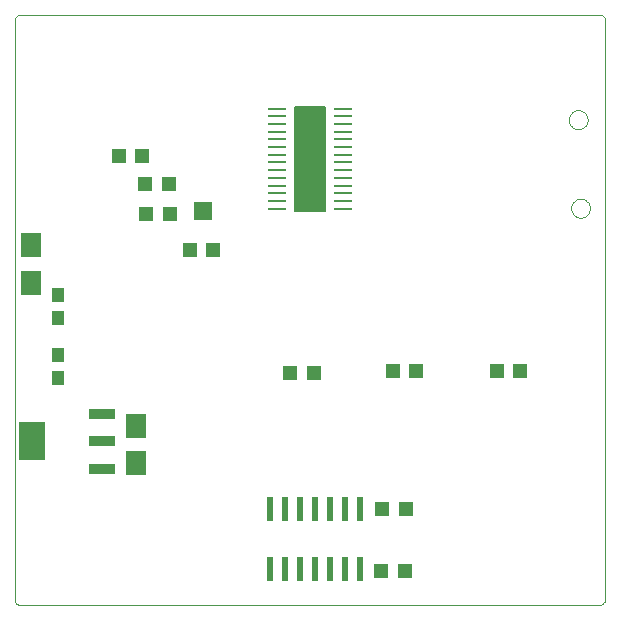
<source format=gtp>
G75*
G70*
%OFA0B0*%
%FSLAX24Y24*%
%IPPOS*%
%LPD*%
%AMOC8*
5,1,8,0,0,1.08239X$1,22.5*
%
%ADD10C,0.0000*%
%ADD11R,0.0906X0.0374*%
%ADD12R,0.0906X0.1280*%
%ADD13R,0.0394X0.0512*%
%ADD14R,0.0472X0.0472*%
%ADD15R,0.0709X0.0787*%
%ADD16R,0.0610X0.0098*%
%ADD17C,0.0050*%
%ADD18R,0.0630X0.0591*%
%ADD19R,0.0209X0.0787*%
D10*
X002348Y003185D02*
X021596Y003185D01*
X021596Y003184D02*
X021625Y003181D01*
X021654Y003182D01*
X021683Y003186D01*
X021711Y003193D01*
X021739Y003204D01*
X021764Y003218D01*
X021788Y003235D01*
X021810Y003255D01*
X021829Y003278D01*
X021845Y003302D01*
X021858Y003328D01*
X021868Y003356D01*
X021875Y003385D01*
X021874Y003385D02*
X021872Y022751D01*
X021872Y022752D02*
X021754Y022870D01*
X002306Y022870D01*
X002305Y022870D02*
X002187Y022752D01*
X002187Y022751D02*
X002187Y003394D01*
X002188Y003394D02*
X002186Y003370D01*
X002187Y003345D01*
X002192Y003321D01*
X002199Y003298D01*
X002210Y003276D01*
X002224Y003255D01*
X002240Y003237D01*
X002258Y003221D01*
X002279Y003207D01*
X002301Y003197D01*
X002324Y003189D01*
X002348Y003185D01*
X020652Y019366D02*
X020654Y019401D01*
X020660Y019436D01*
X020670Y019470D01*
X020683Y019503D01*
X020700Y019534D01*
X020721Y019562D01*
X020744Y019589D01*
X020771Y019612D01*
X020799Y019633D01*
X020830Y019650D01*
X020863Y019663D01*
X020897Y019673D01*
X020932Y019679D01*
X020967Y019681D01*
X021002Y019679D01*
X021037Y019673D01*
X021071Y019663D01*
X021104Y019650D01*
X021135Y019633D01*
X021163Y019612D01*
X021190Y019589D01*
X021213Y019562D01*
X021234Y019534D01*
X021251Y019503D01*
X021264Y019470D01*
X021274Y019436D01*
X021280Y019401D01*
X021282Y019366D01*
X021280Y019331D01*
X021274Y019296D01*
X021264Y019262D01*
X021251Y019229D01*
X021234Y019198D01*
X021213Y019170D01*
X021190Y019143D01*
X021163Y019120D01*
X021135Y019099D01*
X021104Y019082D01*
X021071Y019069D01*
X021037Y019059D01*
X021002Y019053D01*
X020967Y019051D01*
X020932Y019053D01*
X020897Y019059D01*
X020863Y019069D01*
X020830Y019082D01*
X020799Y019099D01*
X020771Y019120D01*
X020744Y019143D01*
X020721Y019170D01*
X020700Y019198D01*
X020683Y019229D01*
X020670Y019262D01*
X020660Y019296D01*
X020654Y019331D01*
X020652Y019366D01*
X020730Y016413D02*
X020732Y016448D01*
X020738Y016483D01*
X020748Y016517D01*
X020761Y016550D01*
X020778Y016581D01*
X020799Y016609D01*
X020822Y016636D01*
X020849Y016659D01*
X020877Y016680D01*
X020908Y016697D01*
X020941Y016710D01*
X020975Y016720D01*
X021010Y016726D01*
X021045Y016728D01*
X021080Y016726D01*
X021115Y016720D01*
X021149Y016710D01*
X021182Y016697D01*
X021213Y016680D01*
X021241Y016659D01*
X021268Y016636D01*
X021291Y016609D01*
X021312Y016581D01*
X021329Y016550D01*
X021342Y016517D01*
X021352Y016483D01*
X021358Y016448D01*
X021360Y016413D01*
X021358Y016378D01*
X021352Y016343D01*
X021342Y016309D01*
X021329Y016276D01*
X021312Y016245D01*
X021291Y016217D01*
X021268Y016190D01*
X021241Y016167D01*
X021213Y016146D01*
X021182Y016129D01*
X021149Y016116D01*
X021115Y016106D01*
X021080Y016100D01*
X021045Y016098D01*
X021010Y016100D01*
X020975Y016106D01*
X020941Y016116D01*
X020908Y016129D01*
X020877Y016146D01*
X020849Y016167D01*
X020822Y016190D01*
X020799Y016217D01*
X020778Y016245D01*
X020761Y016276D01*
X020748Y016309D01*
X020738Y016343D01*
X020732Y016378D01*
X020730Y016413D01*
D11*
X005090Y009545D03*
X005090Y008639D03*
X005090Y007734D03*
D12*
X002767Y008639D03*
D13*
X003640Y010764D03*
X003640Y011512D03*
X003640Y012771D03*
X003640Y013520D03*
D14*
X006557Y016228D03*
X007345Y016228D03*
X007315Y017210D03*
X006528Y017210D03*
X006439Y018146D03*
X005652Y018146D03*
X008014Y015035D03*
X008801Y015035D03*
X011356Y010923D03*
X012144Y010923D03*
X014782Y010977D03*
X015569Y010977D03*
X018246Y010980D03*
X019034Y010980D03*
X015219Y006374D03*
X014431Y006374D03*
X014392Y004327D03*
X015179Y004327D03*
D15*
X006238Y007908D03*
X006238Y009168D03*
X002733Y013921D03*
X002733Y015181D03*
D16*
X010937Y016403D03*
X010937Y016659D03*
X010937Y016915D03*
X010937Y017171D03*
X010937Y017427D03*
X010937Y017683D03*
X010937Y017939D03*
X010937Y018195D03*
X010937Y018451D03*
X010937Y018707D03*
X010937Y018962D03*
X010937Y019218D03*
X010937Y019474D03*
X010937Y019730D03*
X013122Y019730D03*
X013122Y019474D03*
X013122Y019218D03*
X013122Y018962D03*
X013122Y018707D03*
X013122Y018451D03*
X013122Y018195D03*
X013122Y017939D03*
X013122Y017683D03*
X013122Y017427D03*
X013122Y017171D03*
X013122Y016915D03*
X013122Y016659D03*
X013122Y016403D03*
D17*
X012541Y016389D02*
X011518Y016389D01*
X011518Y016437D02*
X012541Y016437D01*
X012541Y016486D02*
X011518Y016486D01*
X011518Y016534D02*
X012541Y016534D01*
X012541Y016583D02*
X011518Y016583D01*
X011518Y016631D02*
X012541Y016631D01*
X012541Y016680D02*
X011518Y016680D01*
X011518Y016728D02*
X012541Y016728D01*
X012541Y016777D02*
X011518Y016777D01*
X011518Y016826D02*
X012541Y016826D01*
X012541Y016874D02*
X011518Y016874D01*
X011518Y016923D02*
X012541Y016923D01*
X012541Y016971D02*
X011518Y016971D01*
X011518Y017020D02*
X012541Y017020D01*
X012541Y017068D02*
X011518Y017068D01*
X011518Y017117D02*
X012541Y017117D01*
X012541Y017165D02*
X011518Y017165D01*
X011518Y017214D02*
X012541Y017214D01*
X012541Y017262D02*
X011518Y017262D01*
X011518Y017311D02*
X012541Y017311D01*
X012541Y017360D02*
X011518Y017360D01*
X011518Y017408D02*
X012541Y017408D01*
X012541Y017457D02*
X011518Y017457D01*
X011518Y017505D02*
X012541Y017505D01*
X012541Y017554D02*
X011518Y017554D01*
X011518Y017602D02*
X012541Y017602D01*
X012541Y017651D02*
X011518Y017651D01*
X011518Y017699D02*
X012541Y017699D01*
X012541Y017748D02*
X011518Y017748D01*
X011518Y017796D02*
X012541Y017796D01*
X012541Y017845D02*
X011518Y017845D01*
X011518Y017894D02*
X012541Y017894D01*
X012541Y017942D02*
X011518Y017942D01*
X011518Y017991D02*
X012541Y017991D01*
X012541Y018039D02*
X011518Y018039D01*
X011518Y018088D02*
X012541Y018088D01*
X012541Y018136D02*
X011518Y018136D01*
X011518Y018185D02*
X012541Y018185D01*
X012541Y018233D02*
X011518Y018233D01*
X011518Y018282D02*
X012541Y018282D01*
X012541Y018330D02*
X011518Y018330D01*
X011518Y018379D02*
X012541Y018379D01*
X012541Y018427D02*
X011518Y018427D01*
X011518Y018476D02*
X012541Y018476D01*
X012541Y018525D02*
X011518Y018525D01*
X011518Y018573D02*
X012541Y018573D01*
X012541Y018622D02*
X011518Y018622D01*
X011518Y018670D02*
X012541Y018670D01*
X012541Y018719D02*
X011518Y018719D01*
X011518Y018767D02*
X012541Y018767D01*
X012541Y018816D02*
X011518Y018816D01*
X011518Y018864D02*
X012541Y018864D01*
X012541Y018913D02*
X011518Y018913D01*
X011518Y018961D02*
X012541Y018961D01*
X012541Y019010D02*
X011518Y019010D01*
X011518Y019059D02*
X012541Y019059D01*
X012541Y019107D02*
X011518Y019107D01*
X011518Y019156D02*
X012541Y019156D01*
X012541Y019204D02*
X011518Y019204D01*
X011518Y019253D02*
X012541Y019253D01*
X012541Y019301D02*
X011518Y019301D01*
X011518Y019350D02*
X012541Y019350D01*
X012541Y019398D02*
X011518Y019398D01*
X011518Y019447D02*
X012541Y019447D01*
X012541Y019495D02*
X011518Y019495D01*
X011518Y019544D02*
X012541Y019544D01*
X012541Y019593D02*
X011518Y019593D01*
X011518Y019641D02*
X012541Y019641D01*
X012541Y019690D02*
X011518Y019690D01*
X011518Y019738D02*
X012541Y019738D01*
X012541Y019787D02*
X011518Y019787D01*
X011518Y019799D02*
X011518Y016334D01*
X012541Y016334D01*
X012541Y019799D01*
X011518Y019799D01*
X011518Y016340D02*
X012541Y016340D01*
D18*
X008447Y016334D03*
D19*
X010691Y006374D03*
X011187Y006374D03*
X011687Y006374D03*
X012187Y006374D03*
X012687Y006374D03*
X013187Y006374D03*
X013687Y006374D03*
X013683Y004405D03*
X013187Y004405D03*
X012687Y004405D03*
X012187Y004405D03*
X011687Y004405D03*
X011187Y004405D03*
X010687Y004405D03*
M02*

</source>
